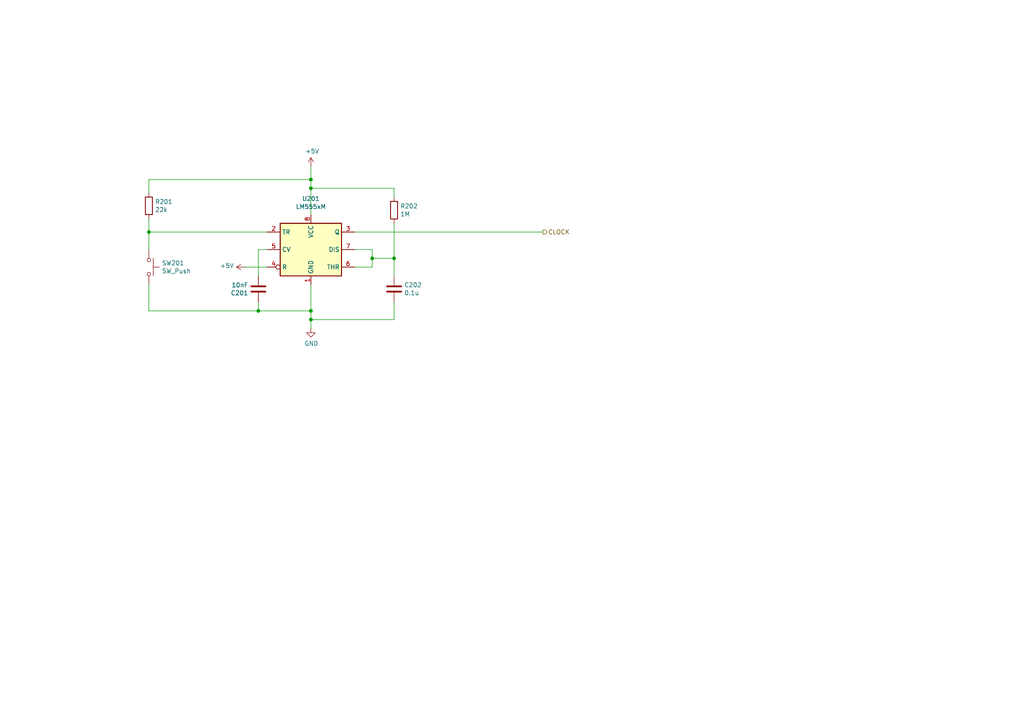
<source format=kicad_sch>
(kicad_sch (version 20230121) (generator eeschema)
  (paper "A4")
  (lib_symbols
    (symbol "Device:C" (pin_numbers hide) (pin_names (offset 0.254))
      (property "Reference" "C" (at 0.635 2.54 0))
      (property "Value" "C" (at 0.635 -2.54 0))
      (symbol "C_0_1"
        (polyline (pts (xy -2.032 -0.762) (xy 2.032 -0.762)) (stroke (width 0.508)))
        (polyline (pts (xy -2.032 0.762) (xy 2.032 0.762)) (stroke (width 0.508)))
      )
      (symbol "C_1_1"
        (pin passive line (at 0 3.81 270) (length 2.794) (name "~") (number "1"))
        (pin passive line (at 0 -3.81 90) (length 2.794) (name "~") (number "2"))
      )
    )
    (symbol "Device:R" (pin_numbers hide) (pin_names (offset 0))
      (property "Reference" "R" (at 2.032 0 90))
      (property "Value" "R" (at 0 0 90))
      (symbol "R_0_1"
        (rectangle (start -1.016 -2.54) (end 1.016 2.54) (stroke (width 0.254)))
      )
      (symbol "R_1_1"
        (pin passive line (at 0 3.81 270) (length 1.27) (name "~") (number "1"))
        (pin passive line (at 0 -3.81 90) (length 1.27) (name "~") (number "2"))
      )
    )
    (symbol "Switch:SW_Push" (pin_numbers hide) (pin_names (offset 1.016) hide)
      (property "Reference" "SW" (at 1.27 2.54 0))
      (property "Value" "SW_Push" (at 0 -1.524 0))
      (symbol "SW_Push_0_1"
        (circle (center -2.032 0) (radius 0.508))
        (polyline (pts (xy 0 1.27) (xy 0 3.048)))
        (polyline (pts (xy 2.54 1.27) (xy -2.54 1.27)))
        (circle (center 2.032 0) (radius 0.508))
        (pin passive line (at -5.08 0 0) (length 2.54) (name "1") (number "1"))
        (pin passive line (at 5.08 0 180) (length 2.54) (name "2") (number "2"))
      )
    )
    (symbol "Timer:LM555xM"
      (property "Reference" "U" (at -10.16 8.89 0))
      (property "Value" "LM555xM" (at 2.54 8.89 0))
      (symbol "LM555xM_0_0"
        (pin power_in line (at 0 -10.16 90) (length 2.54) (name "GND") (number "1"))
        (pin power_in line (at 0 10.16 270) (length 2.54) (name "VCC") (number "8"))
      )
      (symbol "LM555xM_0_1"
        (rectangle (start -8.89 -7.62) (end 8.89 7.62) (stroke (width 0.254)) (fill (type background)))
        (rectangle (start -8.89 -7.62) (end 8.89 7.62) (stroke (width 0.254)) (fill (type background)))
      )
      (symbol "LM555xM_1_1"
        (pin input line (at -12.7 5.08 0) (length 3.81) (name "TR") (number "2"))
        (pin output line (at 12.7 5.08 180) (length 3.81) (name "Q") (number "3"))
        (pin input inverted (at -12.7 -5.08 0) (length 3.81) (name "R") (number "4"))
        (pin input line (at -12.7 0 0) (length 3.81) (name "CV") (number "5"))
        (pin input line (at 12.7 -5.08 180) (length 3.81) (name "THR") (number "6"))
        (pin input line (at 12.7 0 180) (length 3.81) (name "DIS") (number "7"))
      )
    )
    (symbol "power:+5V" (power) (pin_names (offset 0))
      (property "Value" "+5V" (at 0 3.556 0))
      (symbol "+5V_0_1"
        (polyline (pts (xy -0.762 1.27) (xy 0 2.54)))
        (polyline (pts (xy 0 0) (xy 0 2.54)))
        (polyline (pts (xy 0 2.54) (xy 0.762 1.27)))
      )
      (symbol "+5V_1_1"
        (pin power_in line (at 0 0 90) (length 0) hide (name "+5V") (number "1"))
      )
    )
    (symbol "power:GND" (power) (pin_names (offset 0))
      (property "Value" "GND" (at 0 -3.81 0))
      (symbol "GND_0_1"
        (polyline (pts (xy 0 0) (xy 0 -1.27) (xy 1.27 -1.27) (xy 0 -2.54) (xy -1.27 -1.27) (xy 0 -1.27)))
      )
      (symbol "GND_1_1"
        (pin power_in line (at 0 0 270) (length 0) hide (name "GND") (number "1"))
      )
    )
  )
  (junction (at 43.18 67.31))
  (junction (at 114.3 74.93))
  (junction (at 107.95 74.93))
  (junction (at 90.17 90.17))
  (junction (at 90.17 52.07))
  (junction (at 90.17 92.71))
  (junction (at 74.93 90.17))
  (junction (at 90.17 54.61))
  (wire (pts (xy 114.3 64.77) (xy 114.3 74.93)))
  (wire (pts (xy 107.95 72.39) (xy 107.95 74.93)))
  (wire (pts (xy 90.17 82.55) (xy 90.17 90.17)))
  (wire (pts (xy 43.18 90.17) (xy 74.93 90.17)))
  (wire (pts (xy 114.3 74.93) (xy 114.3 80.01)))
  (wire (pts (xy 107.95 74.93) (xy 107.95 77.47)))
  (wire (pts (xy 43.18 55.88) (xy 43.18 52.07)))
  (wire (pts (xy 90.17 92.71) (xy 114.3 92.71)))
  (wire (pts (xy 114.3 54.61) (xy 90.17 54.61)))
  (wire (pts (xy 43.18 52.07) (xy 90.17 52.07)))
  (wire (pts (xy 71.12 77.47) (xy 77.47 77.47)))
  (wire (pts (xy 43.18 63.5) (xy 43.18 67.31)))
  (wire (pts (xy 74.93 87.63) (xy 74.93 90.17)))
  (wire (pts (xy 90.17 52.07) (xy 90.17 54.61)))
  (wire (pts (xy 74.93 72.39) (xy 77.47 72.39)))
  (wire (pts (xy 107.95 77.47) (xy 102.87 77.47)))
  (wire (pts (xy 102.87 72.39) (xy 107.95 72.39)))
  (wire (pts (xy 74.93 80.01) (xy 74.93 72.39)))
  (wire (pts (xy 90.17 90.17) (xy 90.17 92.71)))
  (wire (pts (xy 90.17 92.71) (xy 90.17 95.25)))
  (wire (pts (xy 43.18 67.31) (xy 77.47 67.31)))
  (wire (pts (xy 43.18 72.39) (xy 43.18 67.31)))
  (wire (pts (xy 90.17 48.26) (xy 90.17 52.07)))
  (wire (pts (xy 90.17 54.61) (xy 90.17 62.23)))
  (wire (pts (xy 114.3 92.71) (xy 114.3 87.63)))
  (wire (pts (xy 43.18 82.55) (xy 43.18 90.17)))
  (wire (pts (xy 114.3 57.15) (xy 114.3 54.61)))
  (wire (pts (xy 74.93 90.17) (xy 90.17 90.17)))
  (wire (pts (xy 107.95 74.93) (xy 114.3 74.93)))
  (wire (pts (xy 102.87 67.31) (xy 157.48 67.31)))
  (hierarchical_label "CLOCK" (shape output) (at 157.48 67.31 0))
  (symbol (lib_id "Device:R") (at 43.18 59.69 0) (unit 1)
    (property "Reference" "R201" (at 44.958 58.5216 0) (effects (justify left)))
    (property "Value" "22k" (at 44.958 60.833 0) (effects (justify left)))
    (property "Footprint" "Resistor_THT:R_Axial_DIN0207_L6.3mm_D2.5mm_P7.62mm_Horizontal" (effects hide))
    (instances (project "Binary Flip Flop Counter" (path "" (reference "R201") (unit 1))) (project "Johnson Counter" (path "" (reference "R601") (unit 1))))
  )
  (symbol (lib_id "power:+5V") (at 90.17 48.26 0) (unit 1)
    (property "Reference" "#U0201" (effects hide))
    (property "Value" "+5V" (at 90.551 43.8658 0))
    (instances (project "Binary Flip Flop Counter" (path "" (reference "#U0201") (unit 1))) (project "Johnson Counter" (path "" (reference "#U0102") (unit 1))))
  )
  (symbol (lib_id "Switch:SW_Push") (at 43.18 77.47 270) (unit 1)
    (property "Reference" "SW201" (at 46.9392 76.3016 90) (effects (justify left)))
    (property "Value" "SW_Push" (at 46.9392 78.613 90) (effects (justify left)))
    (property "Footprint" "Button_Switch_THT:SW_PUSH_6mm_H4.3mm" (effects hide))
    (instances (project "Binary Flip Flop Counter" (path "" (reference "SW201") (unit 1))) (project "Johnson Counter" (path "" (reference "SW601") (unit 1))))
  )
  (symbol (lib_id "power:GND") (at 90.17 95.25 0) (unit 1)
    (property "Reference" "#U0202" (effects hide))
    (property "Value" "GND" (at 90.297 99.6442 0))
    (instances (project "Binary Flip Flop Counter" (path "" (reference "#U0202") (unit 1))) (project "Johnson Counter" (path "" (reference "#U0101") (unit 1))))
  )
  (symbol (lib_id "Device:C") (at 74.93 83.82 0) (unit 1)
    (property "Reference" "C201" (at 72.009 84.9884 0) (effects (justify right)))
    (property "Value" "10nF" (at 72.009 82.677 0) (effects (justify right)))
    (property "Footprint" "Capacitor_THT:C_Disc_D3.0mm_W2.0mm_P2.50mm" (effects hide))
    (instances (project "Binary Flip Flop Counter" (path "" (reference "C201") (unit 1))) (project "Johnson Counter" (path "" (reference "C601") (unit 1))))
  )
  (symbol (lib_id "Timer:LM555xM") (at 90.17 72.39 0) (unit 1)
    (property "Reference" "U201" (at 90.17 57.6326 0))
    (property "Value" "LM555xM" (at 90.17 59.944 0))
    (property "Footprint" "Package_DIP:DIP-8_W7.62mm_Socket" (effects hide))
    (property "Datasheet" "http://www.ti.com/lit/ds/symlink/lm555.pdf" (effects hide))
    (instances (project "Binary Flip Flop Counter" (path "" (reference "U201") (unit 1))) (project "Johnson Counter" (path "" (reference "U601") (unit 1))))
  )
  (symbol (lib_id "Device:R") (at 114.3 60.96 0) (unit 1)
    (property "Reference" "R202" (at 116.078 59.7916 0) (effects (justify left)))
    (property "Value" "1M" (at 116.078 62.103 0) (effects (justify left)))
    (property "Footprint" "Resistor_THT:R_Axial_DIN0207_L6.3mm_D2.5mm_P7.62mm_Horizontal" (effects hide))
    (instances (project "Binary Flip Flop Counter" (path "" (reference "R202") (unit 1))) (project "Johnson Counter" (path "" (reference "R602") (unit 1))))
  )
  (symbol (lib_id "Device:C") (at 114.3 83.82 0) (unit 1)
    (property "Reference" "C202" (at 117.221 82.6516 0) (effects (justify left)))
    (property "Value" "0.1u" (at 117.221 84.963 0) (effects (justify left)))
    (property "Footprint" "Capacitor_THT:C_Disc_D4.7mm_W2.5mm_P5.00mm" (effects hide))
    (instances (project "Binary Flip Flop Counter" (path "" (reference "C202") (unit 1))) (project "Johnson Counter" (path "" (reference "C602") (unit 1))))
  )
  (symbol (lib_id "power:+5V") (at 71.12 77.47 90) (unit 1)
    (property "Reference" "#PWR0201" (effects hide))
    (property "Value" "+5V" (at 67.8688 77.089 90) (effects (justify left)))
    (instances (project "Binary Flip Flop Counter" (path "" (reference "#PWR0201") (unit 1))) (project "Johnson Counter" (path "" (reference "#PWR0129") (unit 1))))
  )
)
</source>
